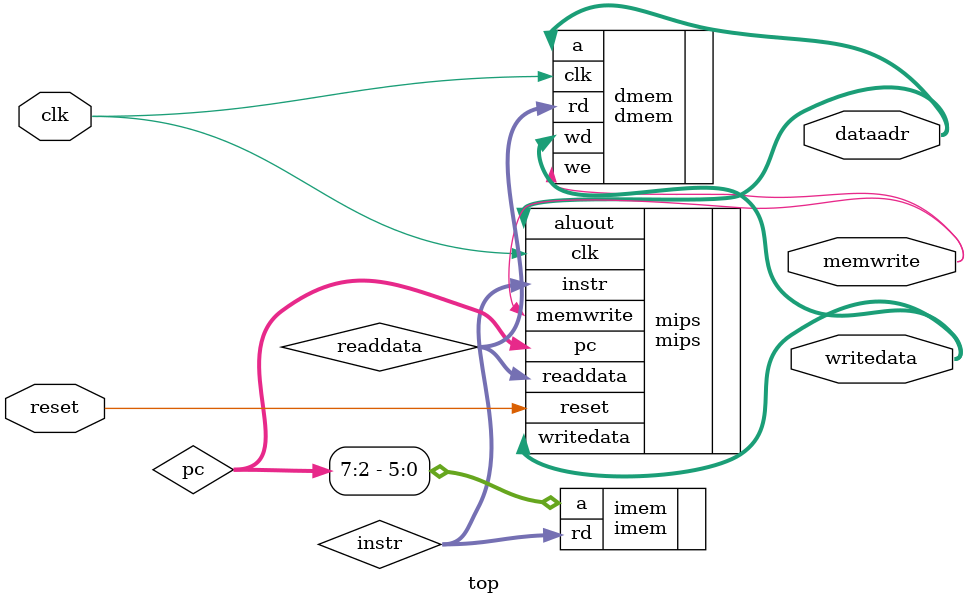
<source format=sv>
module top (
	input	logic 		 clk, reset,

	output	logic [31:0] writedata, dataadr,
	output	logic		 memwrite
);
	// declaration local signal
	logic [31:0] pc, instr, readdata;

	// memory data
	dmem dmem (.clk(clk),
			   .we (memwrite),
			   .a  (dataadr),
			   .wd (writedata),
			   .rd (readdata));

	// memory instruction
	imem imem (.a(pc[7:2]),
			   .rd(instr));

	// mips core
	mips mips (.clk(clk),
			   .reset(reset),
			   .pc(pc),
			   .instr(instr),
			   .memwrite(memwrite),
			   .aluout(dataadr),
			   .writedata(writedata),
			   .readdata(readdata));

endmodule: top
</source>
